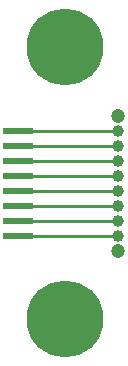
<source format=gbr>
G04 #@! TF.GenerationSoftware,KiCad,Pcbnew,(5.1.5-0-10_14)*
G04 #@! TF.CreationDate,2021-06-03T13:40:16-04:00*
G04 #@! TF.ProjectId,ESLO_RB2_PogoInterface,45534c4f-5f52-4423-925f-506f676f496e,rev?*
G04 #@! TF.SameCoordinates,Original*
G04 #@! TF.FileFunction,Copper,L1,Top*
G04 #@! TF.FilePolarity,Positive*
%FSLAX46Y46*%
G04 Gerber Fmt 4.6, Leading zero omitted, Abs format (unit mm)*
G04 Created by KiCad (PCBNEW (5.1.5-0-10_14)) date 2021-06-03 13:40:16*
%MOMM*%
%LPD*%
G04 APERTURE LIST*
%ADD10R,2.500000X0.600000*%
%ADD11C,1.200000*%
%ADD12C,1.000000*%
%ADD13C,6.500000*%
%ADD14C,0.250000*%
G04 APERTURE END LIST*
D10*
X128000000Y-95055000D03*
X128000000Y-96325000D03*
X128000000Y-97595000D03*
X128000000Y-98865000D03*
X128000000Y-100135000D03*
X128000000Y-101405000D03*
X128000000Y-102675000D03*
X128000000Y-103945000D03*
D11*
X136500000Y-93785000D03*
X136500000Y-105215000D03*
D12*
X136500000Y-95055000D03*
X136500000Y-96325000D03*
X136500000Y-97595000D03*
X136500000Y-98865000D03*
X136500000Y-100135000D03*
X136500000Y-101405000D03*
X136500000Y-102675000D03*
X136500000Y-103945000D03*
D13*
X132000000Y-88000000D03*
X132000000Y-111000000D03*
D14*
X128000000Y-95055000D02*
X136500000Y-95055000D01*
X128000000Y-96325000D02*
X136500000Y-96325000D01*
X128000000Y-97595000D02*
X136500000Y-97595000D01*
X128000000Y-98865000D02*
X136500000Y-98865000D01*
X128000000Y-100135000D02*
X136500000Y-100135000D01*
X136500000Y-101405000D02*
X128000000Y-101405000D01*
X136500000Y-102675000D02*
X128000000Y-102675000D01*
X128000000Y-103945000D02*
X136500000Y-103945000D01*
M02*

</source>
